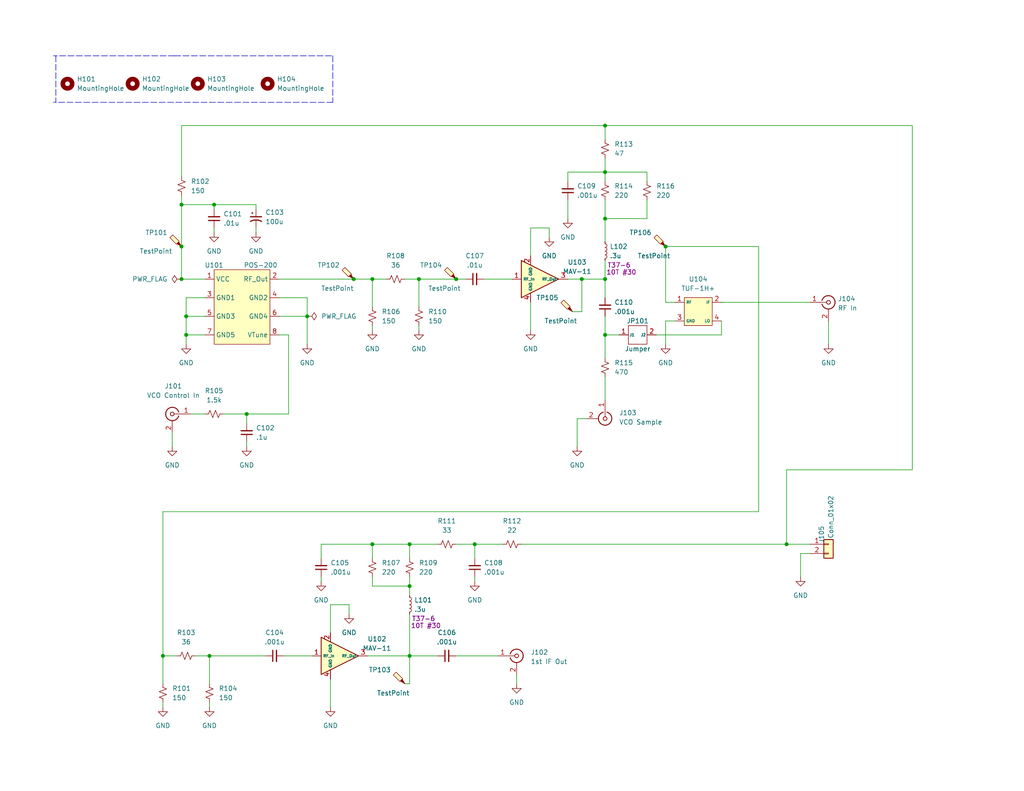
<source format=kicad_sch>
(kicad_sch (version 20211123) (generator eeschema)
  (paper "USLetter")
  (title_block (title "Spectrum Analyzer: VCO 1st Mixer") (date "2022-08-20") (rev "0") (company "Andy McCann KA3KAF Doug McCann KA3KAG") (comment 2 "Wes Hayward W7ZOI") (comment 3 "Original Design By:"))
  (lib_symbols
    (symbol "Connector:Conn_Coaxial" (pin_names (offset 1.016) hide)
      (property "Reference" "J" (at 0.254 3.048 0))
      (property "Value" "Conn_Coaxial" (at 2.921 0 90))
      (symbol "Conn_Coaxial_0_1"
        (arc (start -1.778 -0.508) (mid 0.2311 -1.8066) (end 1.778 0) (stroke (width 0.254)))
        (polyline (pts (xy -2.54 0) (xy -0.508 0)))
        (polyline (pts (xy 0 -2.54) (xy 0 -1.778)))
        (circle (center 0 0) (radius 0.508) (stroke (width 0.2032)))
        (arc (start 1.778 0) (mid 0.2099 1.8101) (end -1.778 0.508) (stroke (width 0.254)))
      )
      (symbol "Conn_Coaxial_1_1"
        (pin passive line (at -5.08 0 0) (length 2.54) (name "In") (number "1"))
        (pin passive line (at 0 -5.08 90) (length 2.54) (name "Ext") (number "2"))
      )
    )
    (symbol "Connector:TestPoint_Probe" (pin_numbers hide) (pin_names (offset 0.762) hide)
      (property "Reference" "TP" (at 1.651 5.842 0))
      (property "Value" "TestPoint_Probe" (at 1.651 4.064 0))
      (symbol "TestPoint_Probe_0_1"
        (polyline (pts (xy 1.27 0.762) (xy 0 0) (xy 0.762 1.27) (xy 1.27 0.762)) (fill (type outline)))
        (polyline (pts (xy 1.397 0.635) (xy 0.635 1.397) (xy 2.413 3.175) (xy 3.175 2.413) (xy 1.397 0.635)) (fill (type background)))
      )
      (symbol "TestPoint_Probe_1_1"
        (pin passive line (at 0 0 90) (length 0) (name "1") (number "1"))
      )
    )
    (symbol "Connector_Generic:Conn_01x02" (pin_names (offset 1.016) hide)
      (property "Reference" "J" (at 0 2.54 0))
      (property "Value" "Conn_01x02" (at 0 -5.08 0))
      (symbol "Conn_01x02_1_1"
        (rectangle (start -1.27 -2.413) (end 0 -2.667) (stroke (width 0.1524)))
        (rectangle (start -1.27 0.127) (end 0 -0.127) (stroke (width 0.1524)))
        (rectangle (start -1.27 1.27) (end 1.27 -3.81) (stroke (width 0.254)) (fill (type background)))
        (pin passive line (at -5.08 0 0) (length 3.81) (name "Pin_1") (number "1"))
        (pin passive line (at -5.08 -2.54 0) (length 3.81) (name "Pin_2") (number "2"))
      )
    )
    (symbol "Device:C_Polarized_Small_US" (pin_numbers hide) (pin_names (offset 0.254) hide)
      (property "Reference" "C" (at 0.254 1.778 0))
      (property "Value" "C_Polarized_Small_US" (at 0.254 -2.032 0))
      (symbol "C_Polarized_Small_US_0_1"
        (polyline (pts (xy -1.524 0.508) (xy 1.524 0.508)) (stroke (width 0.3048)))
        (polyline (pts (xy -1.27 1.524) (xy -0.762 1.524)))
        (polyline (pts (xy -1.016 1.27) (xy -1.016 1.778)))
        (arc (start 1.524 -0.762) (mid 0 -0.3734) (end -1.524 -0.762) (stroke (width 0.3048)))
      )
      (symbol "C_Polarized_Small_US_1_1"
        (pin passive line (at 0 2.54 270) (length 2.032) (name "~") (number "1"))
        (pin passive line (at 0 -2.54 90) (length 2.032) (name "~") (number "2"))
      )
    )
    (symbol "Device:C_Small" (pin_numbers hide) (pin_names (offset 0.254) hide)
      (property "Reference" "C" (at 0.254 1.778 0))
      (property "Value" "C_Small" (at 0.254 -2.032 0))
      (symbol "C_Small_0_1"
        (polyline (pts (xy -1.524 -0.508) (xy 1.524 -0.508)) (stroke (width 0.3302)))
        (polyline (pts (xy -1.524 0.508) (xy 1.524 0.508)) (stroke (width 0.3048)))
      )
      (symbol "C_Small_1_1"
        (pin passive line (at 0 2.54 270) (length 2.032) (name "~") (number "1"))
        (pin passive line (at 0 -2.54 90) (length 2.032) (name "~") (number "2"))
      )
    )
    (symbol "Device:L_Small" (pin_numbers hide) (pin_names (offset 0.254) hide)
      (property "Reference" "L" (at 0.762 1.016 0))
      (property "Value" "L_Small" (at 0.762 -1.016 0))
      (symbol "L_Small_0_1"
        (arc (start 0 -2.032) (mid 0.508 -1.524) (end 0 -1.016))
        (arc (start 0 -1.016) (mid 0.508 -0.508) (end 0 0))
        (arc (start 0 0) (mid 0.508 0.508) (end 0 1.016))
        (arc (start 0 1.016) (mid 0.508 1.524) (end 0 2.032))
      )
      (symbol "L_Small_1_1"
        (pin passive line (at 0 2.54 270) (length 0.508) (name "~") (number "1"))
        (pin passive line (at 0 -2.54 90) (length 0.508) (name "~") (number "2"))
      )
    )
    (symbol "Device:R_Small_US" (pin_numbers hide) (pin_names (offset 0.254) hide)
      (property "Reference" "R" (at 0.762 0.508 0))
      (property "Value" "R_Small_US" (at 0.762 -1.016 0))
      (symbol "R_Small_US_1_1"
        (polyline (pts (xy 0 0) (xy 1.016 -0.381) (xy 0 -0.762) (xy -1.016 -1.143) (xy 0 -1.524)))
        (polyline (pts (xy 0 1.524) (xy 1.016 1.143) (xy 0 0.762) (xy -1.016 0.381) (xy 0 0)))
        (pin passive line (at 0 2.54 270) (length 1.016) (name "~") (number "1"))
        (pin passive line (at 0 -2.54 90) (length 1.016) (name "~") (number "2"))
      )
    )
    (symbol "MAV-11_1"
      (property "Reference" "U" (at -2.54 7.62 0))
      (property "Value" "MAV-11_1" (at 5.08 7.62 0))
      (symbol "MAV-11_1_0_1"
        (polyline (pts (xy 7.62 0) (xy -2.54 5.08) (xy -2.54 -5.08) (xy 7.62 0)) (stroke (width 0.254)) (fill (type background)))
      )
      (symbol "MAV-11_1_1_1"
        (pin passive line (at -5.08 0 0) (length 2.54) (name "RF_In") (number "1"))
        (pin input line (at 0 6.35 270) (length 2.54) (name "GND") (number "2"))
        (pin passive line (at 10.16 0 180) (length 2.54) (name "RF_Out") (number "3"))
        (pin input line (at 0 -6.35 90) (length 2.54) (name "GND") (number "4"))
      )
    )
    (symbol "Mechanical:MountingHole" (pin_names (offset 1.016))
      (property "Reference" "H" (at 0 5.08 0))
      (property "Value" "MountingHole" (at 0 3.175 0))
      (symbol "MountingHole_0_1"
        (circle (center 0 0) (radius 1.27) (stroke (width 1.27)))
      )
    )
    (symbol "power:GND" (power) (pin_names (offset 0))
      (property "Value" "GND" (at 0 -3.81 0))
      (symbol "GND_0_1"
        (polyline (pts (xy 0 0) (xy 0 -1.27) (xy 1.27 -1.27) (xy 0 -2.54) (xy -1.27 -1.27) (xy 0 -1.27)))
      )
      (symbol "GND_1_1"
        (pin power_in line (at 0 0 270) (length 0) hide (name "GND") (number "1"))
      )
    )
    (symbol "power:PWR_FLAG" (power) (pin_numbers hide) (pin_names (offset 0) hide)
      (property "Value" "PWR_FLAG" (at 0 3.81 0))
      (symbol "PWR_FLAG_0_0"
        (pin power_out line (at 0 0 90) (length 0) (name "pwr") (number "1"))
      )
      (symbol "PWR_FLAG_0_1"
        (polyline (pts (xy 0 0) (xy 0 1.27) (xy -1.016 1.905) (xy 0 2.54) (xy 1.016 1.905) (xy 0 1.27)))
      )
    )
    (symbol "vco-1stmixer:22284028" (pin_names (offset 0.254))
      (property "Reference" "JP" (at 0 6.35 0))
      (property "Value" "22284028" (at 0 3.81 0))
      (property "Datasheet" "https://www.molex.com/pdm_docs/sd/022284028_sd.pdf" (at -25.4 0 0))
      (property "Spice_Primitive" "J" (at 0 6.35 0))
      (property "Spice_Model" "22284028" (at 0 6.35 0))
      (property "Spice_Netlist_Enabled" "N" (at 0 6.35 0))
      (symbol "22284028_0_1"
        (rectangle (start -2.54 2.54) (end 2.54 -2.54))
      )
      (symbol "22284028_1_1"
        (pin passive line (at -5.08 0 0) (length 2.54) (name "J1") (number "1"))
        (pin passive line (at 5.08 0 180) (length 2.54) (name "J2") (number "2"))
      )
    )
    (symbol "vco-1stmixer:MAV-11"
      (property "Reference" "U" (at -2.54 7.62 0))
      (property "Value" "MAV-11" (at 5.08 7.62 0))
      (symbol "MAV-11_0_1"
        (polyline (pts (xy 7.62 0) (xy -2.54 5.08) (xy -2.54 -5.08) (xy 7.62 0)) (stroke (width 0.254)) (fill (type background)))
      )
      (symbol "MAV-11_1_1"
        (pin passive line (at -5.08 0 0) (length 2.54) (name "RF_In") (number "1"))
        (pin input line (at 0 6.35 270) (length 2.54) (name "GND") (number "2"))
        (pin passive line (at 10.16 0 180) (length 2.54) (name "RF_Out") (number "3"))
        (pin input line (at 0 -6.35 90) (length 2.54) (name "GND") (number "4"))
      )
    )
    (symbol "vco-1stmixer:POS-200"
      (property "Reference" "U" (at -7.62 12.7 0))
      (property "Value" "POS-200" (at 5.08 12.7 0))
      (symbol "POS-200_0_1"
        (rectangle (start -7.62 10.16) (end 7.62 -10.16) (fill (type background)))
      )
      (symbol "POS-200_1_1"
        (pin power_in line (at -10.16 7.62 0) (length 2.54) (name "VCC") (number "1"))
        (pin passive line (at 10.16 7.62 180) (length 2.54) (name "RF_Out") (number "2"))
        (pin power_in line (at -10.16 2.54 0) (length 2.54) (name "GND1") (number "3"))
        (pin power_in line (at 10.16 2.54 180) (length 2.54) (name "GND2") (number "4"))
        (pin power_in line (at -10.16 -2.54 0) (length 2.54) (name "GND3") (number "5"))
        (pin power_in line (at 10.16 -2.54 180) (length 2.54) (name "GND4") (number "6"))
        (pin power_in line (at -10.16 -7.62 0) (length 2.54) (name "GND5") (number "7"))
        (pin passive line (at 10.16 -7.62 180) (length 2.54) (name "VTune") (number "8"))
      )
    )
    (symbol "vco-1stmixer:TUF-1H+"
      (property "Reference" "U" (at -3.81 5.08 0))
      (property "Value" "TUF-1H+" (at 5.08 5.08 0))
      (symbol "TUF-1H+_0_1"
        (rectangle (start -3.81 3.81) (end 3.81 -3.81) (fill (type background)))
      )
      (symbol "TUF-1H+_1_1"
        (pin passive line (at -6.35 2.54 0) (length 2.54) (name "RF") (number "1"))
        (pin passive line (at 6.35 2.54 180) (length 2.54) (name "IF") (number "2"))
        (pin passive line (at -6.35 -2.54 0) (length 2.54) (name "GND") (number "3"))
        (pin passive line (at 6.35 -2.54 180) (length 2.54) (name "LO") (number "4"))
      )
    )
  )
  (junction (at 181.61 67.31))
  (junction (at 83.82 86.36))
  (junction (at 101.6 148.59))
  (junction (at 49.53 76.2))
  (junction (at 129.54 148.59))
  (junction (at 165.1 91.44))
  (junction (at 214.63 148.59))
  (junction (at 165.1 34.29))
  (junction (at 50.8 86.36))
  (junction (at 165.1 59.69))
  (junction (at 111.76 160.02))
  (junction (at 101.6 76.2))
  (junction (at 44.45 179.07))
  (junction (at 58.42 55.88))
  (junction (at 50.8 91.44))
  (junction (at 114.3 76.2))
  (junction (at 165.1 46.99))
  (junction (at 124.46 76.2))
  (junction (at 49.53 55.88))
  (junction (at 158.75 76.2))
  (junction (at 57.15 179.07))
  (junction (at 67.31 113.03))
  (junction (at 111.76 179.07))
  (junction (at 96.52 76.2))
  (junction (at 165.1 76.2))
  (junction (at 49.53 67.31))
  (junction (at 111.76 148.59))
  (wire (pts (xy 111.76 167.64) (xy 111.76 179.07)))
  (wire (pts (xy 90.17 172.72) (xy 90.17 165.1)))
  (wire (pts (xy 111.76 179.07) (xy 100.33 179.07)))
  (wire (pts (xy 176.53 54.61) (xy 176.53 59.69)))
  (wire (pts (xy 132.08 76.2) (xy 139.7 76.2)))
  (wire (pts (xy 101.6 148.59) (xy 111.76 148.59)))
  (wire (pts (xy 214.63 148.59) (xy 220.98 148.59)))
  (wire (pts (xy 144.78 62.23) (xy 149.86 62.23)))
  (wire (pts (xy 44.45 186.69) (xy 44.45 179.07)))
  (wire (pts (xy 196.85 87.63) (xy 196.85 91.44)))
  (wire (pts (xy 76.2 81.28) (xy 83.82 81.28)))
  (wire (pts (xy 168.91 91.44) (xy 165.1 91.44)))
  (wire (pts (xy 165.1 97.79) (xy 165.1 91.44)))
  (wire (pts (xy 87.63 148.59) (xy 101.6 148.59)))
  (wire (pts (xy 69.85 55.88) (xy 58.42 55.88)))
  (wire (pts (xy 67.31 115.57) (xy 67.31 113.03)))
  (wire (pts (xy 90.17 193.04) (xy 90.17 185.42)))
  (polyline (pts (xy 90.805 27.94) (xy 14.605 27.94)))
  (wire (pts (xy 165.1 109.22) (xy 165.1 102.87)))
  (wire (pts (xy 207.01 67.31) (xy 207.01 139.7)))
  (wire (pts (xy 90.17 165.1) (xy 95.25 165.1)))
  (wire (pts (xy 181.61 67.31) (xy 207.01 67.31)))
  (wire (pts (xy 55.88 113.03) (xy 52.07 113.03)))
  (wire (pts (xy 57.15 193.04) (xy 57.15 191.77)))
  (wire (pts (xy 83.82 81.28) (xy 83.82 86.36)))
  (wire (pts (xy 76.2 76.2) (xy 96.52 76.2)))
  (wire (pts (xy 49.53 53.34) (xy 49.53 55.88)))
  (wire (pts (xy 69.85 57.15) (xy 69.85 55.88)))
  (wire (pts (xy 55.88 91.44) (xy 50.8 91.44)))
  (wire (pts (xy 184.15 87.63) (xy 181.61 87.63)))
  (wire (pts (xy 165.1 43.18) (xy 165.1 46.99)))
  (polyline (pts (xy 47.625 15.24) (xy 90.805 15.24)))
  (wire (pts (xy 165.1 66.04) (xy 165.1 59.69)))
  (wire (pts (xy 101.6 160.02) (xy 111.76 160.02)))
  (wire (pts (xy 49.53 34.29) (xy 49.53 48.26)))
  (wire (pts (xy 53.34 179.07) (xy 57.15 179.07)))
  (wire (pts (xy 50.8 86.36) (xy 50.8 91.44)))
  (wire (pts (xy 101.6 83.82) (xy 101.6 76.2)))
  (wire (pts (xy 156.21 85.09) (xy 158.75 85.09)))
  (wire (pts (xy 69.85 62.23) (xy 69.85 63.5)))
  (wire (pts (xy 111.76 160.02) (xy 111.76 157.48)))
  (wire (pts (xy 181.61 82.55) (xy 181.61 67.31)))
  (wire (pts (xy 111.76 162.56) (xy 111.76 160.02)))
  (wire (pts (xy 44.45 139.7) (xy 44.45 179.07)))
  (wire (pts (xy 114.3 90.17) (xy 114.3 88.9)))
  (wire (pts (xy 83.82 86.36) (xy 83.82 93.98)))
  (wire (pts (xy 137.16 148.59) (xy 129.54 148.59)))
  (wire (pts (xy 129.54 148.59) (xy 124.46 148.59)))
  (wire (pts (xy 226.06 93.98) (xy 226.06 87.63)))
  (wire (pts (xy 157.48 114.3) (xy 157.48 121.92)))
  (wire (pts (xy 158.75 85.09) (xy 158.75 76.2)))
  (wire (pts (xy 165.1 46.99) (xy 176.53 46.99)))
  (wire (pts (xy 142.24 148.59) (xy 214.63 148.59)))
  (wire (pts (xy 110.49 186.69) (xy 111.76 186.69)))
  (wire (pts (xy 114.3 76.2) (xy 124.46 76.2)))
  (wire (pts (xy 154.94 54.61) (xy 154.94 59.69)))
  (wire (pts (xy 144.78 69.85) (xy 144.78 62.23)))
  (wire (pts (xy 95.25 165.1) (xy 95.25 167.64)))
  (wire (pts (xy 78.74 91.44) (xy 78.74 113.03)))
  (wire (pts (xy 76.2 86.36) (xy 83.82 86.36)))
  (polyline (pts (xy 15.24 15.24) (xy 15.24 27.94)))
  (wire (pts (xy 165.1 49.53) (xy 165.1 46.99)))
  (wire (pts (xy 149.86 62.23) (xy 149.86 64.77)))
  (wire (pts (xy 165.1 81.28) (xy 165.1 76.2)))
  (wire (pts (xy 165.1 91.44) (xy 165.1 86.36)))
  (wire (pts (xy 196.85 91.44) (xy 179.07 91.44)))
  (wire (pts (xy 111.76 186.69) (xy 111.76 179.07)))
  (wire (pts (xy 67.31 113.03) (xy 60.96 113.03)))
  (wire (pts (xy 154.94 76.2) (xy 158.75 76.2)))
  (wire (pts (xy 78.74 113.03) (xy 67.31 113.03)))
  (wire (pts (xy 119.38 148.59) (xy 111.76 148.59)))
  (wire (pts (xy 248.92 128.27) (xy 248.92 34.29)))
  (wire (pts (xy 46.99 118.11) (xy 46.99 121.92)))
  (wire (pts (xy 214.63 128.27) (xy 248.92 128.27)))
  (wire (pts (xy 57.15 186.69) (xy 57.15 179.07)))
  (wire (pts (xy 144.78 90.17) (xy 144.78 82.55)))
  (wire (pts (xy 165.1 59.69) (xy 165.1 54.61)))
  (wire (pts (xy 44.45 179.07) (xy 48.26 179.07)))
  (wire (pts (xy 124.46 76.2) (xy 127 76.2)))
  (polyline (pts (xy 47.625 15.24) (xy 14.605 15.24)))
  (wire (pts (xy 101.6 90.17) (xy 101.6 88.9)))
  (wire (pts (xy 111.76 152.4) (xy 111.76 148.59)))
  (wire (pts (xy 160.02 114.3) (xy 157.48 114.3)))
  (wire (pts (xy 218.44 151.13) (xy 220.98 151.13)))
  (wire (pts (xy 101.6 76.2) (xy 105.41 76.2)))
  (wire (pts (xy 220.98 82.55) (xy 196.85 82.55)))
  (wire (pts (xy 154.94 46.99) (xy 165.1 46.99)))
  (wire (pts (xy 49.53 55.88) (xy 49.53 67.31)))
  (wire (pts (xy 58.42 62.23) (xy 58.42 63.5)))
  (wire (pts (xy 110.49 76.2) (xy 114.3 76.2)))
  (wire (pts (xy 207.01 139.7) (xy 44.45 139.7)))
  (wire (pts (xy 58.42 55.88) (xy 49.53 55.88)))
  (wire (pts (xy 101.6 148.59) (xy 101.6 152.4)))
  (wire (pts (xy 50.8 81.28) (xy 50.8 86.36)))
  (wire (pts (xy 154.94 46.99) (xy 154.94 49.53)))
  (wire (pts (xy 87.63 152.4) (xy 87.63 148.59)))
  (wire (pts (xy 44.45 193.04) (xy 44.45 191.77)))
  (wire (pts (xy 67.31 120.65) (xy 67.31 121.92)))
  (wire (pts (xy 87.63 157.48) (xy 87.63 158.75)))
  (wire (pts (xy 248.92 34.29) (xy 165.1 34.29)))
  (wire (pts (xy 50.8 91.44) (xy 50.8 93.98)))
  (wire (pts (xy 129.54 157.48) (xy 129.54 158.75)))
  (wire (pts (xy 58.42 57.15) (xy 58.42 55.88)))
  (wire (pts (xy 135.89 179.07) (xy 124.46 179.07)))
  (wire (pts (xy 165.1 71.12) (xy 165.1 76.2)))
  (wire (pts (xy 140.97 184.15) (xy 140.97 186.69)))
  (wire (pts (xy 57.15 179.07) (xy 72.39 179.07)))
  (wire (pts (xy 176.53 59.69) (xy 165.1 59.69)))
  (polyline (pts (xy 90.805 15.24) (xy 90.805 27.94)))
  (wire (pts (xy 96.52 76.2) (xy 101.6 76.2)))
  (wire (pts (xy 184.15 82.55) (xy 181.61 82.55)))
  (wire (pts (xy 76.2 91.44) (xy 78.74 91.44)))
  (wire (pts (xy 114.3 83.82) (xy 114.3 76.2)))
  (wire (pts (xy 119.38 179.07) (xy 111.76 179.07)))
  (wire (pts (xy 218.44 151.13) (xy 218.44 157.48)))
  (wire (pts (xy 181.61 87.63) (xy 181.61 93.98)))
  (wire (pts (xy 101.6 157.48) (xy 101.6 160.02)))
  (wire (pts (xy 55.88 86.36) (xy 50.8 86.36)))
  (wire (pts (xy 214.63 148.59) (xy 214.63 128.27)))
  (wire (pts (xy 77.47 179.07) (xy 85.09 179.07)))
  (wire (pts (xy 165.1 34.29) (xy 49.53 34.29)))
  (wire (pts (xy 49.53 76.2) (xy 55.88 76.2)))
  (wire (pts (xy 165.1 38.1) (xy 165.1 34.29)))
  (wire (pts (xy 158.75 76.2) (xy 165.1 76.2)))
  (wire (pts (xy 49.53 67.31) (xy 49.53 76.2)))
  (wire (pts (xy 129.54 152.4) (xy 129.54 148.59)))
  (wire (pts (xy 55.88 81.28) (xy 50.8 81.28)))
  (wire (pts (xy 176.53 46.99) (xy 176.53 49.53)))
  (symbol (lib_id "Connector:TestPoint_Probe") (at 49.53 67.31 90) (unit 1)
    (property "Reference" "TP101" (at 45.72 63.5 90) (effects (justify left)))
    (property "Value" "TestPoint" (at 46.99 68.58 90) (effects (justify left)))
    (property "Footprint" "TestPoint:TestPoint_Pad_1.0x1.0mm" (effects hide))
    (property "Spice_Netlist_Enabled" "N" (effects hide))
  )
  (symbol (lib_id "Device:R_Small_US") (at 57.15 189.23 180) (unit 1)
    (property "Reference" "R104" (at 59.69 187.9599 0) (effects (justify right)))
    (property "Value" "150" (at 59.69 190.4999 0) (effects (justify right)))
    (property "Footprint" "Resistor_THT:R_Axial_DIN0207_L6.3mm_D2.5mm_P7.62mm_Horizontal" (effects hide))
  )
  (symbol (lib_id "Connector:TestPoint_Probe") (at 96.52 76.2 90) (unit 1)
    (property "Reference" "TP102" (at 92.71 72.39 90) (effects (justify left)))
    (property "Value" "TestPoint" (at 96.52 78.74 90) (effects (justify left)))
    (property "Footprint" "TestPoint:TestPoint_Pad_1.0x1.0mm" (effects hide))
    (property "Spice_Netlist_Enabled" "N" (effects hide))
  )
  (symbol (lib_id "Device:C_Small") (at 74.93 179.07 90) (unit 1)
    (property "Reference" "C104" (at 74.9363 172.72 90))
    (property "Value" ".001u" (at 74.9363 175.26 90))
    (property "Footprint" "Capacitor_THT:C_Disc_D5.0mm_W2.5mm_P5.00mm" (effects hide))
  )
  (symbol (lib_id "Device:R_Small_US") (at 165.1 100.33 180) (unit 1)
    (property "Reference" "R115" (at 167.64 99.0599 0) (effects (justify right)))
    (property "Value" "470" (at 167.64 101.5999 0) (effects (justify right)))
    (property "Footprint" "Resistor_THT:R_Axial_DIN0207_L6.3mm_D2.5mm_P7.62mm_Horizontal" (effects hide))
  )
  (symbol (lib_id "Mechanical:MountingHole") (at 53.975 22.86 0) (unit 1)
    (property "Reference" "H103" (at 56.515 21.5899 0) (effects (justify left)))
    (property "Value" "MountingHole" (at 56.515 24.1299 0) (effects (justify left)))
    (property "Footprint" "MountingHole:MountingHole_3.2mm_M3" (effects hide))
  )
  (symbol (lib_id "power:GND") (at 69.85 63.5 0) (unit 1)
    (property "Reference" "#PWR0107" (effects hide))
    (property "Value" "GND" (at 69.85 68.58 0))
  )
  (symbol (lib_id "power:GND") (at 114.3 90.17 0) (unit 1)
    (property "Reference" "#PWR0113" (effects hide))
    (property "Value" "GND" (at 114.3 95.25 0))
  )
  (symbol (lib_id "Device:C_Small") (at 87.63 154.94 180) (unit 1)
    (property "Reference" "C105" (at 90.17 153.6635 0) (effects (justify right)))
    (property "Value" ".001u" (at 90.17 156.2035 0) (effects (justify right)))
    (property "Footprint" "Capacitor_THT:C_Disc_D5.0mm_W2.5mm_P5.00mm" (effects hide))
  )
  (symbol (lib_id "Device:C_Small") (at 67.31 118.11 180) (unit 1)
    (property "Reference" "C102" (at 69.85 116.8335 0) (effects (justify right)))
    (property "Value" ".1u" (at 69.85 119.3735 0) (effects (justify right)))
    (property "Footprint" "Capacitor_THT:C_Disc_D5.0mm_W2.5mm_P5.00mm" (effects hide))
  )
  (symbol (lib_id "Device:C_Polarized_Small_US") (at 69.85 59.69 0) (unit 1)
    (property "Reference" "C103" (at 72.39 57.9881 0) (effects (justify left)))
    (property "Value" "100u" (at 72.39 60.5281 0) (effects (justify left)))
    (property "Footprint" "Capacitor_THT:CP_Radial_D8.0mm_P3.50mm" (effects hide))
  )
  (symbol (lib_id "vco-1stmixer:22284028") (at 173.99 91.44 0) (unit 1)
    (property "Reference" "JP101" (at 173.99 87.63 0))
    (property "Value" "Jumper" (at 173.99 95.25 0))
    (property "Footprint" "vco-1stmixer:22284028" (effects hide))
    (property "Datasheet" "https://www.molex.com/pdm_docs/sd/022284028_sd.pdf" (effects hide))
    (property "Spice_Primitive" "J" (effects hide))
    (property "Spice_Model" "22284028" (effects hide))
    (property "Spice_Netlist_Enabled" "N" (effects hide))
  )
  (symbol (lib_id "power:GND") (at 90.17 193.04 0) (unit 1)
    (property "Reference" "#PWR0110" (effects hide))
    (property "Value" "GND" (at 90.17 198.12 0))
  )
  (symbol (lib_id "vco-1stmixer:TUF-1H+") (at 190.5 85.09 0) (unit 1)
    (property "Reference" "U104" (at 190.5 76.2 0))
    (property "Value" "TUF-1H+" (at 190.5 78.74 0))
    (property "Footprint" "vco-1stmixer:TUF-1H" (effects hide))
    (property "Datasheet" "https://www.minicircuits.com/pdfs/TUF-1H+.pdf" (effects hide))
  )
  (symbol (lib_id "vco-1stmixer:MAV-11") (at 144.78 76.2 0) (unit 1)
    (property "Reference" "U103" (at 157.48 71.5833 0))
    (property "Value" "MAV-11" (at 157.48 74.1233 0))
    (property "Footprint" "vco-1stmixer:MAV-11BSM&plus_" (effects hide))
    (property "Datasheet" "https://www.minicircuits.com/pdfs/MAV-11+.pdf" (effects hide))
  )
  (symbol (lib_id "power:GND") (at 67.31 121.92 0) (unit 1)
    (property "Reference" "#PWR0106" (effects hide))
    (property "Value" "GND" (at 67.31 127 0))
  )
  (symbol (lib_id "Device:R_Small_US") (at 176.53 52.07 180) (unit 1)
    (property "Reference" "R116" (at 179.07 50.7999 0) (effects (justify right)))
    (property "Value" "220" (at 179.07 53.3399 0) (effects (justify right)))
    (property "Footprint" "Resistor_THT:R_Axial_DIN0207_L6.3mm_D2.5mm_P7.62mm_Horizontal" (effects hide))
  )
  (symbol (lib_id "power:GND") (at 87.63 158.75 0) (unit 1)
    (property "Reference" "#PWR0109" (effects hide))
    (property "Value" "GND" (at 87.63 163.83 0))
  )
  (symbol (lib_id "Device:L_Small") (at 111.76 165.1 0) (unit 1)
    (property "Reference" "L101" (at 113.03 163.8299 0) (effects (justify left)))
    (property "Value" ".3u" (at 113.03 166.3699 0) (effects (justify left)))
    (property "Footprint" "Inductor_THT:L_Toroid_Vertical_L13.0mm_W6.5mm_P5.60mm" (effects hide))
    (property "Field4" "T37-6" (at 115.57 168.91 0))
    (property "Field5" "10T #30" (at 116.205 170.815 0))
  )
  (symbol (lib_id "Connector:TestPoint_Probe") (at 124.46 76.2 90) (unit 1)
    (property "Reference" "TP104" (at 120.65 72.39 90) (effects (justify left)))
    (property "Value" "TestPoint" (at 125.73 78.74 90) (effects (justify left)))
    (property "Footprint" "TestPoint:TestPoint_Pad_1.0x1.0mm" (effects hide))
    (property "Spice_Netlist_Enabled" "N" (effects hide))
  )
  (symbol (lib_id "power:GND") (at 154.94 59.69 0) (unit 1)
    (property "Reference" "#PWR0118" (effects hide))
    (property "Value" "GND" (at 154.94 64.77 0))
  )
  (symbol (lib_id "Device:R_Small_US") (at 50.8 179.07 90) (unit 1)
    (property "Reference" "R103" (at 50.8 172.72 90))
    (property "Value" "36" (at 50.8 175.26 90))
    (property "Footprint" "Resistor_THT:R_Axial_DIN0207_L6.3mm_D2.5mm_P7.62mm_Horizontal" (effects hide))
  )
  (symbol (lib_id "Device:C_Small") (at 129.54 76.2 90) (unit 1)
    (property "Reference" "C107" (at 129.5463 69.85 90))
    (property "Value" ".01u" (at 129.5463 72.39 90))
    (property "Footprint" "Capacitor_THT:C_Disc_D5.0mm_W2.5mm_P5.00mm" (effects hide))
  )
  (symbol (lib_name "MAV-11_1") (lib_id "vco-1stmixer:MAV-11") (at 90.17 179.07 0) (unit 1)
    (property "Reference" "U102" (at 102.87 174.4533 0))
    (property "Value" "MAV-11" (at 102.87 176.9933 0))
    (property "Footprint" "vco-1stmixer:MAV-11BSM&plus_" (effects hide))
    (property "Datasheet" "https://www.minicircuits.com/pdfs/MAV-11+.pdf" (effects hide))
  )
  (symbol (lib_id "power:GND") (at 157.48 121.92 0) (unit 1)
    (property "Reference" "#PWR0119" (effects hide))
    (property "Value" "GND" (at 157.48 127 0))
  )
  (symbol (lib_id "Connector:Conn_Coaxial") (at 226.06 82.55 0) (unit 1)
    (property "Reference" "J104" (at 228.6 81.5731 0) (effects (justify left)))
    (property "Value" "RF In" (at 228.6 84.1131 0) (effects (justify left)))
    (property "Footprint" "Connector_Wire:SolderWire-0.5sqmm_1x02_P4.6mm_D0.9mm_OD2.1mm" (effects hide))
    (property "Datasheet" " ~" (effects hide))
  )
  (symbol (lib_id "power:GND") (at 58.42 63.5 0) (unit 1)
    (property "Reference" "#PWR0105" (effects hide))
    (property "Value" "GND" (at 58.42 68.58 0))
  )
  (symbol (lib_id "power:GND") (at 44.45 193.04 0) (unit 1)
    (property "Reference" "#PWR0101" (effects hide))
    (property "Value" "GND" (at 44.45 198.12 0))
  )
  (symbol (lib_id "Device:C_Small") (at 121.92 179.07 90) (unit 1)
    (property "Reference" "C106" (at 121.9263 172.72 90))
    (property "Value" ".001u" (at 121.9263 175.26 90))
    (property "Footprint" "Capacitor_THT:C_Disc_D5.0mm_W2.5mm_P5.00mm" (effects hide))
  )
  (symbol (lib_id "Device:R_Small_US") (at 139.7 148.59 90) (unit 1)
    (property "Reference" "R112" (at 139.7 142.24 90))
    (property "Value" "22" (at 139.7 144.78 90))
    (property "Footprint" "Resistor_THT:R_Axial_DIN0207_L6.3mm_D2.5mm_P7.62mm_Horizontal" (effects hide))
  )
  (symbol (lib_id "Device:R_Small_US") (at 107.95 76.2 90) (unit 1)
    (property "Reference" "R108" (at 107.95 69.85 90))
    (property "Value" "36" (at 107.95 72.39 90))
    (property "Footprint" "Resistor_THT:R_Axial_DIN0207_L6.3mm_D2.5mm_P7.62mm_Horizontal" (effects hide))
  )
  (symbol (lib_id "power:GND") (at 129.54 158.75 0) (unit 1)
    (property "Reference" "#PWR0114" (effects hide))
    (property "Value" "GND" (at 129.54 163.83 0))
  )
  (symbol (lib_id "Device:R_Small_US") (at 111.76 154.94 180) (unit 1)
    (property "Reference" "R109" (at 114.3 153.6699 0) (effects (justify right)))
    (property "Value" "220" (at 114.3 156.2099 0) (effects (justify right)))
    (property "Footprint" "Resistor_THT:R_Axial_DIN0207_L6.3mm_D2.5mm_P7.62mm_Horizontal" (effects hide))
  )
  (symbol (lib_id "Connector:TestPoint_Probe") (at 156.21 85.09 90) (unit 1)
    (property "Reference" "TP105" (at 152.4 81.28 90) (effects (justify left)))
    (property "Value" "TestPoint" (at 157.48 87.63 90) (effects (justify left)))
    (property "Footprint" "TestPoint:TestPoint_Pad_1.0x1.0mm" (effects hide))
    (property "Spice_Netlist_Enabled" "N" (effects hide))
  )
  (symbol (lib_id "power:GND") (at 226.06 93.98 0) (unit 1)
    (property "Reference" "#PWR0122" (effects hide))
    (property "Value" "GND" (at 226.06 99.06 0))
  )
  (symbol (lib_id "power:GND") (at 46.99 121.92 0) (unit 1)
    (property "Reference" "#PWR0102" (effects hide))
    (property "Value" "GND" (at 46.99 127 0))
  )
  (symbol (lib_id "Mechanical:MountingHole") (at 73.025 22.86 0) (unit 1)
    (property "Reference" "H104" (at 75.565 21.5899 0) (effects (justify left)))
    (property "Value" "MountingHole" (at 75.565 24.1299 0) (effects (justify left)))
    (property "Footprint" "MountingHole:MountingHole_3.2mm_M3" (effects hide))
  )
  (symbol (lib_id "Device:R_Small_US") (at 121.92 148.59 90) (unit 1)
    (property "Reference" "R111" (at 121.92 142.24 90))
    (property "Value" "33" (at 121.92 144.78 90))
    (property "Footprint" "Resistor_THT:R_Axial_DIN0207_L6.3mm_D2.5mm_P7.62mm_Horizontal" (effects hide))
  )
  (symbol (lib_id "Device:R_Small_US") (at 165.1 52.07 180) (unit 1)
    (property "Reference" "R114" (at 167.64 50.7999 0) (effects (justify right)))
    (property "Value" "220" (at 167.64 53.3399 0) (effects (justify right)))
    (property "Footprint" "Resistor_THT:R_Axial_DIN0207_L6.3mm_D2.5mm_P7.62mm_Horizontal" (effects hide))
  )
  (symbol (lib_id "Device:L_Small") (at 165.1 68.58 0) (unit 1)
    (property "Reference" "L102" (at 166.37 67.3099 0) (effects (justify left)))
    (property "Value" ".3u" (at 166.37 69.8499 0) (effects (justify left)))
    (property "Footprint" "Inductor_THT:L_Toroid_Vertical_L13.0mm_W6.5mm_P5.60mm" (effects hide))
    (property "Field4" "T37-6" (at 168.91 72.39 0))
    (property "Field5" "10T #30" (at 169.545 74.295 0))
  )
  (symbol (lib_id "Device:R_Small_US") (at 114.3 86.36 180) (unit 1)
    (property "Reference" "R110" (at 116.84 85.0899 0) (effects (justify right)))
    (property "Value" "150" (at 116.84 87.6299 0) (effects (justify right)))
    (property "Footprint" "Resistor_THT:R_Axial_DIN0207_L6.3mm_D2.5mm_P7.62mm_Horizontal" (effects hide))
  )
  (symbol (lib_id "Device:C_Small") (at 165.1 83.82 180) (unit 1)
    (property "Reference" "C110" (at 167.64 82.5435 0) (effects (justify right)))
    (property "Value" ".001u" (at 167.64 85.0835 0) (effects (justify right)))
    (property "Footprint" "Capacitor_THT:C_Disc_D5.0mm_W2.5mm_P5.00mm" (effects hide))
  )
  (symbol (lib_id "power:GND") (at 218.44 157.48 0) (unit 1)
    (property "Reference" "#PWR0121" (effects hide))
    (property "Value" "GND" (at 218.44 162.56 0))
  )
  (symbol (lib_id "Connector_Generic:Conn_01x02") (at 226.06 148.59 0) (unit 1)
    (property "Reference" "J105" (at 224.155 143.51 90) (effects (justify right)))
    (property "Value" "Conn_01x02" (at 226.695 135.255 90) (effects (justify right)))
    (property "Footprint" "vco-1stmixer:691103110002" (effects hide))
    (property "Datasheet" "https://www.we-online.com/katalog/datasheet/691137710002.pdf" (effects hide))
    (property "Spice_Primitive" "J" (effects hide))
    (property "Spice_Model" "Conn_01x02" (effects hide))
    (property "Spice_Netlist_Enabled" "N" (effects hide))
  )
  (symbol (lib_id "Connector:Conn_Coaxial") (at 140.97 179.07 0) (unit 1)
    (property "Reference" "J102" (at 144.78 178.0931 0) (effects (justify left)))
    (property "Value" "1st IF Out" (at 144.78 180.6331 0) (effects (justify left)))
    (property "Footprint" "Connector_Wire:SolderWire-0.5sqmm_1x02_P4.6mm_D0.9mm_OD2.1mm" (effects hide))
    (property "Datasheet" " ~" (effects hide))
  )
  (symbol (lib_id "power:GND") (at 83.82 93.98 0) (unit 1)
    (property "Reference" "#PWR0108" (effects hide))
    (property "Value" "GND" (at 83.82 99.06 0))
  )
  (symbol (lib_id "Device:R_Small_US") (at 101.6 86.36 180) (unit 1)
    (property "Reference" "R106" (at 104.14 85.0899 0) (effects (justify right)))
    (property "Value" "150" (at 104.14 87.6299 0) (effects (justify right)))
    (property "Footprint" "Resistor_THT:R_Axial_DIN0207_L6.3mm_D2.5mm_P7.62mm_Horizontal" (effects hide))
  )
  (symbol (lib_id "Device:R_Small_US") (at 49.53 50.8 180) (unit 1)
    (property "Reference" "R102" (at 52.07 49.5299 0) (effects (justify right)))
    (property "Value" "150" (at 52.07 52.0699 0) (effects (justify right)))
    (property "Footprint" "Resistor_THT:R_Axial_DIN0207_L6.3mm_D2.5mm_P7.62mm_Horizontal" (effects hide))
  )
  (symbol (lib_id "Device:R_Small_US") (at 101.6 154.94 180) (unit 1)
    (property "Reference" "R107" (at 104.14 153.6699 0) (effects (justify right)))
    (property "Value" "220" (at 104.14 156.2099 0) (effects (justify right)))
    (property "Footprint" "Resistor_THT:R_Axial_DIN0207_L6.3mm_D2.5mm_P7.62mm_Horizontal" (effects hide))
  )
  (symbol (lib_id "Device:C_Small") (at 154.94 52.07 180) (unit 1)
    (property "Reference" "C109" (at 157.48 50.7935 0) (effects (justify right)))
    (property "Value" ".001u" (at 157.48 53.3335 0) (effects (justify right)))
    (property "Footprint" "Capacitor_THT:C_Disc_D5.0mm_W2.5mm_P5.00mm" (effects hide))
  )
  (symbol (lib_id "power:GND") (at 95.25 167.64 0) (unit 1)
    (property "Reference" "#PWR0111" (effects hide))
    (property "Value" "GND" (at 95.25 172.72 0))
  )
  (symbol (lib_id "Device:C_Small") (at 129.54 154.94 180) (unit 1)
    (property "Reference" "C108" (at 132.08 153.6635 0) (effects (justify right)))
    (property "Value" ".001u" (at 132.08 156.2035 0) (effects (justify right)))
    (property "Footprint" "Capacitor_THT:C_Disc_D5.0mm_W2.5mm_P5.00mm" (effects hide))
  )
  (symbol (lib_id "power:GND") (at 149.86 64.77 0) (unit 1)
    (property "Reference" "#PWR0117" (effects hide))
    (property "Value" "GND" (at 149.86 69.85 0))
  )
  (symbol (lib_id "power:GND") (at 181.61 93.98 0) (unit 1)
    (property "Reference" "#PWR0120" (effects hide))
    (property "Value" "GND" (at 181.61 99.06 0))
  )
  (symbol (lib_id "Connector:TestPoint_Probe") (at 181.61 67.31 90) (unit 1)
    (property "Reference" "TP106" (at 177.8 63.5 90) (effects (justify left)))
    (property "Value" "TestPoint" (at 182.88 69.85 90) (effects (justify left)))
    (property "Footprint" "TestPoint:TestPoint_Pad_1.0x1.0mm" (effects hide))
    (property "Spice_Netlist_Enabled" "N" (effects hide))
  )
  (symbol (lib_id "Connector:Conn_Coaxial") (at 46.99 113.03 0) (mirror y) (unit 1)
    (property "Reference" "J101" (at 47.3074 105.41 0))
    (property "Value" "VCO Control In" (at 47.3074 107.95 0))
    (property "Footprint" "Connector_Wire:SolderWire-0.5sqmm_1x02_P4.6mm_D0.9mm_OD2.1mm" (effects hide))
    (property "Datasheet" " ~" (effects hide))
  )
  (symbol (lib_id "Mechanical:MountingHole") (at 36.195 22.86 0) (unit 1)
    (property "Reference" "H102" (at 38.735 21.5899 0) (effects (justify left)))
    (property "Value" "MountingHole" (at 38.735 24.1299 0) (effects (justify left)))
    (property "Footprint" "MountingHole:MountingHole_3.2mm_M3" (effects hide))
  )
  (symbol (lib_id "Device:C_Small") (at 58.42 59.69 180) (unit 1)
    (property "Reference" "C101" (at 60.96 58.4135 0) (effects (justify right)))
    (property "Value" ".01u" (at 60.96 60.9535 0) (effects (justify right)))
    (property "Footprint" "Capacitor_THT:C_Disc_D5.0mm_W2.5mm_P5.00mm" (effects hide))
  )
  (symbol (lib_id "power:GND") (at 101.6 90.17 0) (unit 1)
    (property "Reference" "#PWR0112" (effects hide))
    (property "Value" "GND" (at 101.6 95.25 0))
  )
  (symbol (lib_id "power:GND") (at 140.97 186.69 0) (unit 1)
    (property "Reference" "#PWR0115" (effects hide))
    (property "Value" "GND" (at 140.97 191.77 0))
  )
  (symbol (lib_id "Mechanical:MountingHole") (at 18.415 22.86 0) (unit 1)
    (property "Reference" "H101" (at 20.955 21.5899 0) (effects (justify left)))
    (property "Value" "MountingHole" (at 20.955 24.1299 0) (effects (justify left)))
    (property "Footprint" "MountingHole:MountingHole_3.2mm_M3" (effects hide))
  )
  (symbol (lib_id "power:PWR_FLAG") (at 83.82 86.36 270) (unit 1)
    (property "Reference" "#FLG0102" (effects hide))
    (property "Value" "PWR_FLAG" (at 87.63 86.3599 90) (effects (justify left)))
  )
  (symbol (lib_id "power:GND") (at 57.15 193.04 0) (unit 1)
    (property "Reference" "#PWR0104" (effects hide))
    (property "Value" "GND" (at 57.15 198.12 0))
  )
  (symbol (lib_id "Device:R_Small_US") (at 58.42 113.03 90) (unit 1)
    (property "Reference" "R105" (at 58.42 106.68 90))
    (property "Value" "1.5k" (at 58.42 109.22 90))
    (property "Footprint" "Resistor_THT:R_Axial_DIN0207_L6.3mm_D2.5mm_P7.62mm_Horizontal" (effects hide))
  )
  (symbol (lib_id "power:PWR_FLAG") (at 49.53 76.2 90) (unit 1)
    (property "Reference" "#FLG0101" (effects hide))
    (property "Value" "PWR_FLAG" (at 45.72 76.1999 90) (effects (justify left)))
  )
  (symbol (lib_id "Device:R_Small_US") (at 165.1 40.64 180) (unit 1)
    (property "Reference" "R113" (at 167.64 39.3699 0) (effects (justify right)))
    (property "Value" "47" (at 167.64 41.9099 0) (effects (justify right)))
    (property "Footprint" "Resistor_THT:R_Axial_DIN0207_L6.3mm_D2.5mm_P7.62mm_Horizontal" (effects hide))
  )
  (symbol (lib_id "power:GND") (at 50.8 93.98 0) (unit 1)
    (property "Reference" "#PWR0103" (effects hide))
    (property "Value" "GND" (at 50.8 99.06 0))
  )
  (symbol (lib_id "Device:R_Small_US") (at 44.45 189.23 180) (unit 1)
    (property "Reference" "R101" (at 46.99 187.9599 0) (effects (justify right)))
    (property "Value" "150" (at 46.99 190.4999 0) (effects (justify right)))
    (property "Footprint" "Resistor_THT:R_Axial_DIN0207_L6.3mm_D2.5mm_P7.62mm_Horizontal" (effects hide))
  )
  (symbol (lib_id "Connector:Conn_Coaxial") (at 165.1 114.3 270) (unit 1)
    (property "Reference" "J103" (at 168.91 112.7124 90) (effects (justify left)))
    (property "Value" "VCO Sample" (at 168.91 115.2524 90) (effects (justify left)))
    (property "Footprint" "Connector_Wire:SolderWire-0.5sqmm_1x02_P4.6mm_D0.9mm_OD2.1mm" (effects hide))
    (property "Datasheet" " ~" (effects hide))
  )
  (symbol (lib_id "power:GND") (at 144.78 90.17 0) (unit 1)
    (property "Reference" "#PWR0116" (effects hide))
    (property "Value" "GND" (at 144.78 95.25 0))
  )
  (symbol (lib_id "Connector:TestPoint_Probe") (at 110.49 186.69 90) (unit 1)
    (property "Reference" "TP103" (at 106.68 182.88 90) (effects (justify left)))
    (property "Value" "TestPoint" (at 111.76 189.23 90) (effects (justify left)))
    (property "Footprint" "TestPoint:TestPoint_Pad_1.0x1.0mm" (effects hide))
    (property "Spice_Netlist_Enabled" "N" (effects hide))
  )
  (symbol (lib_id "vco-1stmixer:POS-200") (at 66.04 83.82 0) (unit 1)
    (property "Reference" "U101" (at 58.42 72.39 0))
    (property "Value" "POS-200" (at 71.12 72.39 0))
    (property "Footprint" "vco-1stmixer:POS-200" (effects hide))
  )
)
</source>
